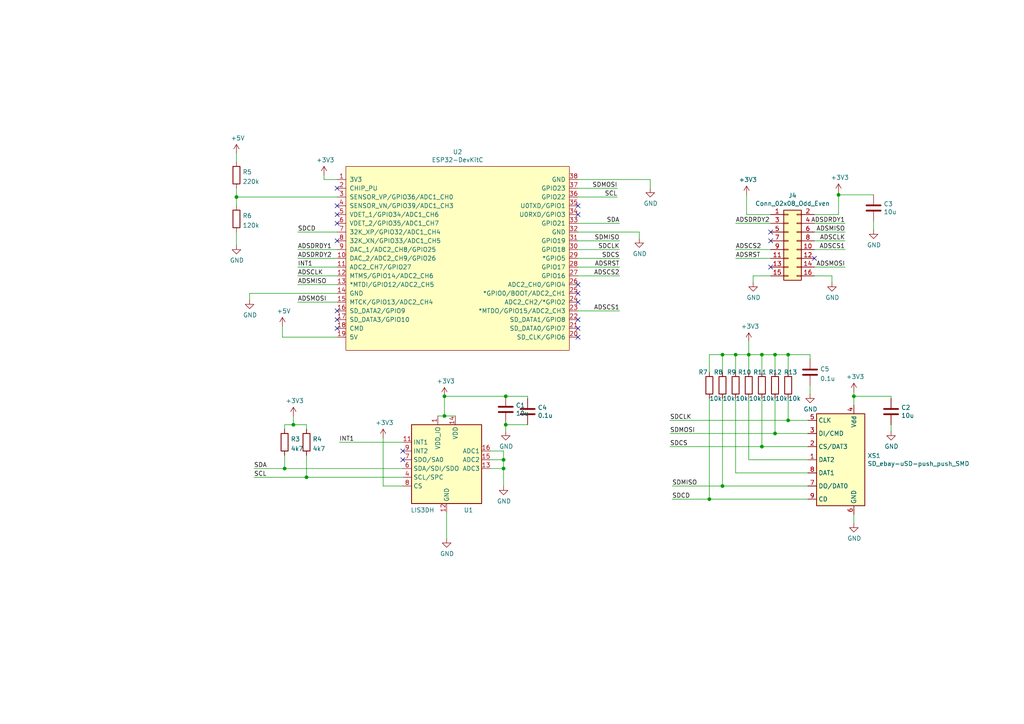
<source format=kicad_sch>
(kicad_sch (version 20211123) (generator eeschema)
  (paper "A4")
  (lib_symbols
    (symbol "Connector_Generic:Conn_02x08_Odd_Even" (pin_names (offset 1.016) hide)
      (property "Reference" "J" (at 1.27 10.16 0))
      (property "Value" "Conn_02x08_Odd_Even" (at 1.27 -12.7 0))
      (symbol "Conn_02x08_Odd_Even_1_1"
        (rectangle (start -1.27 -10.033) (end 0 -10.287) (stroke (width 0.1524)))
        (rectangle (start -1.27 -7.493) (end 0 -7.747) (stroke (width 0.1524)))
        (rectangle (start -1.27 -4.953) (end 0 -5.207) (stroke (width 0.1524)))
        (rectangle (start -1.27 -2.413) (end 0 -2.667) (stroke (width 0.1524)))
        (rectangle (start -1.27 0.127) (end 0 -0.127) (stroke (width 0.1524)))
        (rectangle (start -1.27 2.667) (end 0 2.413) (stroke (width 0.1524)))
        (rectangle (start -1.27 5.207) (end 0 4.953) (stroke (width 0.1524)))
        (rectangle (start -1.27 7.747) (end 0 7.493) (stroke (width 0.1524)))
        (rectangle (start -1.27 8.89) (end 3.81 -11.43) (stroke (width 0.254)) (fill (type background)))
        (rectangle (start 3.81 -10.033) (end 2.54 -10.287) (stroke (width 0.1524)))
        (rectangle (start 3.81 -7.493) (end 2.54 -7.747) (stroke (width 0.1524)))
        (rectangle (start 3.81 -4.953) (end 2.54 -5.207) (stroke (width 0.1524)))
        (rectangle (start 3.81 -2.413) (end 2.54 -2.667) (stroke (width 0.1524)))
        (rectangle (start 3.81 0.127) (end 2.54 -0.127) (stroke (width 0.1524)))
        (rectangle (start 3.81 2.667) (end 2.54 2.413) (stroke (width 0.1524)))
        (rectangle (start 3.81 5.207) (end 2.54 4.953) (stroke (width 0.1524)))
        (rectangle (start 3.81 7.747) (end 2.54 7.493) (stroke (width 0.1524)))
        (pin passive line (at -5.08 7.62 0) (length 3.81) (name "Pin_1") (number "1"))
        (pin passive line (at 7.62 -2.54 180) (length 3.81) (name "Pin_10") (number "10"))
        (pin passive line (at -5.08 -5.08 0) (length 3.81) (name "Pin_11") (number "11"))
        (pin passive line (at 7.62 -5.08 180) (length 3.81) (name "Pin_12") (number "12"))
        (pin passive line (at -5.08 -7.62 0) (length 3.81) (name "Pin_13") (number "13"))
        (pin passive line (at 7.62 -7.62 180) (length 3.81) (name "Pin_14") (number "14"))
        (pin passive line (at -5.08 -10.16 0) (length 3.81) (name "Pin_15") (number "15"))
        (pin passive line (at 7.62 -10.16 180) (length 3.81) (name "Pin_16") (number "16"))
        (pin passive line (at 7.62 7.62 180) (length 3.81) (name "Pin_2") (number "2"))
        (pin passive line (at -5.08 5.08 0) (length 3.81) (name "Pin_3") (number "3"))
        (pin passive line (at 7.62 5.08 180) (length 3.81) (name "Pin_4") (number "4"))
        (pin passive line (at -5.08 2.54 0) (length 3.81) (name "Pin_5") (number "5"))
        (pin passive line (at 7.62 2.54 180) (length 3.81) (name "Pin_6") (number "6"))
        (pin passive line (at -5.08 0 0) (length 3.81) (name "Pin_7") (number "7"))
        (pin passive line (at 7.62 0 180) (length 3.81) (name "Pin_8") (number "8"))
        (pin passive line (at -5.08 -2.54 0) (length 3.81) (name "Pin_9") (number "9"))
      )
    )
    (symbol "Device:C" (pin_numbers hide) (pin_names (offset 0.254))
      (property "Reference" "C" (at 0.635 2.54 0))
      (property "Value" "C" (at 0.635 -2.54 0))
      (symbol "C_0_1"
        (polyline (pts (xy -2.032 -0.762) (xy 2.032 -0.762)) (stroke (width 0.508)))
        (polyline (pts (xy -2.032 0.762) (xy 2.032 0.762)) (stroke (width 0.508)))
      )
      (symbol "C_1_1"
        (pin passive line (at 0 3.81 270) (length 2.794) (name "~") (number "1"))
        (pin passive line (at 0 -3.81 90) (length 2.794) (name "~") (number "2"))
      )
    )
    (symbol "Device:R" (pin_numbers hide) (pin_names (offset 0))
      (property "Reference" "R" (at 2.032 0 90))
      (property "Value" "R" (at 0 0 90))
      (symbol "R_0_1"
        (rectangle (start -1.016 -2.54) (end 1.016 2.54) (stroke (width 0.254)))
      )
      (symbol "R_1_1"
        (pin passive line (at 0 3.81 270) (length 1.27) (name "~") (number "1"))
        (pin passive line (at 0 -3.81 90) (length 1.27) (name "~") (number "2"))
      )
    )
    (symbol "Espressif:ESP32-DevKitC" (pin_names (offset 1.016))
      (property "Reference" "U" (at -8.89 26.67 0))
      (property "Value" "Espressif_ESP32-DevKitC" (at 0 -29.21 0))
      (symbol "ESP32-DevKitC_0_0"
        (pin power_in line (at -33.02 -11.43 0) (length 2.54) (name "GND") (number "14"))
        (pin power_in line (at -33.02 -24.13 0) (length 2.54) (name "5V") (number "19"))
      )
      (symbol "ESP32-DevKitC_0_1"
        (rectangle (start -30.48 25.4) (end 34.29 -27.94) (fill (type background)))
      )
      (symbol "ESP32-DevKitC_1_1"
        (pin power_in line (at -33.02 21.59 0) (length 2.54) (name "3V3") (number "1"))
        (pin bidirectional line (at -33.02 -1.27 0) (length 2.54) (name "DAC_2/ADC2_CH9/GPIO26") (number "10"))
        (pin bidirectional line (at -33.02 -3.81 0) (length 2.54) (name "ADC2_CH7/GPIO27") (number "11"))
        (pin bidirectional line (at -33.02 -6.35 0) (length 2.54) (name "MTMS/GPIO14/ADC2_CH6") (number "12"))
        (pin bidirectional line (at -33.02 -8.89 0) (length 2.54) (name "*MTDI/GPIO12/ADC2_CH5") (number "13"))
        (pin bidirectional line (at -33.02 -13.97 0) (length 2.54) (name "MTCK/GPIO13/ADC2_CH4") (number "15"))
        (pin bidirectional line (at -33.02 -16.51 0) (length 2.54) (name "SD_DATA2/GPIO9") (number "16"))
        (pin bidirectional line (at -33.02 -19.05 0) (length 2.54) (name "SD_DATA3/GPIO10") (number "17"))
        (pin bidirectional line (at -33.02 -21.59 0) (length 2.54) (name "CMD") (number "18"))
        (pin input line (at -33.02 19.05 0) (length 2.54) (name "CHIP_PU") (number "2"))
        (pin bidirectional line (at 36.83 -24.13 180) (length 2.54) (name "SD_CLK/GPIO6") (number "20"))
        (pin bidirectional line (at 36.83 -21.59 180) (length 2.54) (name "SD_DATA0/GPIO7") (number "21"))
        (pin bidirectional line (at 36.83 -19.05 180) (length 2.54) (name "SD_DATA1/GPIO8") (number "22"))
        (pin bidirectional line (at 36.83 -16.51 180) (length 2.54) (name "*MTDO/GPIO15/ADC2_CH3") (number "23"))
        (pin bidirectional line (at 36.83 -13.97 180) (length 2.54) (name "ADC2_CH2/*GPIO2") (number "24"))
        (pin bidirectional line (at 36.83 -11.43 180) (length 2.54) (name "*GPIO0/BOOT/ADC2_CH1") (number "25"))
        (pin bidirectional line (at 36.83 -8.89 180) (length 2.54) (name "ADC2_CH0/GPIO4") (number "26"))
        (pin bidirectional line (at 36.83 -6.35 180) (length 2.54) (name "GPIO16") (number "27"))
        (pin bidirectional line (at 36.83 -3.81 180) (length 2.54) (name "GPIO17") (number "28"))
        (pin bidirectional line (at 36.83 -1.27 180) (length 2.54) (name "*GPIO5") (number "29"))
        (pin input line (at -33.02 16.51 0) (length 2.54) (name "SENSOR_VP/GPIO36/ADC1_CH0") (number "3"))
        (pin bidirectional line (at 36.83 1.27 180) (length 2.54) (name "GPIO18") (number "30"))
        (pin bidirectional line (at 36.83 3.81 180) (length 2.54) (name "GPIO19") (number "31"))
        (pin power_in line (at 36.83 6.35 180) (length 2.54) (name "GND") (number "32"))
        (pin bidirectional line (at 36.83 8.89 180) (length 2.54) (name "GPIO21") (number "33"))
        (pin bidirectional line (at 36.83 11.43 180) (length 2.54) (name "U0RXD/GPIO3") (number "34"))
        (pin bidirectional line (at 36.83 13.97 180) (length 2.54) (name "U0TXD/GPIO1") (number "35"))
        (pin bidirectional line (at 36.83 16.51 180) (length 2.54) (name "GPIO22") (number "36"))
        (pin bidirectional line (at 36.83 19.05 180) (length 2.54) (name "GPIO23") (number "37"))
        (pin power_in line (at 36.83 21.59 180) (length 2.54) (name "GND") (number "38"))
        (pin input line (at -33.02 13.97 0) (length 2.54) (name "SENSOR_VN/GPIO39/ADC1_CH3") (number "4"))
        (pin input line (at -33.02 11.43 0) (length 2.54) (name "VDET_1/GPIO34/ADC1_CH6") (number "5"))
        (pin input line (at -33.02 8.89 0) (length 2.54) (name "VDET_2/GPIO35/ADC1_CH7") (number "6"))
        (pin bidirectional line (at -33.02 6.35 0) (length 2.54) (name "32K_XP/GPIO32/ADC1_CH4") (number "7"))
        (pin bidirectional line (at -33.02 3.81 0) (length 2.54) (name "32K_XN/GPIO33/ADC1_CH5") (number "8"))
        (pin bidirectional line (at -33.02 1.27 0) (length 2.54) (name "DAC_1/ADC2_CH8/GPIO25") (number "9"))
      )
    )
    (symbol "Sensor_Motion:LIS3DH"
      (property "Reference" "U" (at -7.62 11.43 0))
      (property "Value" "LIS3DH" (at 6.35 11.43 0))
      (symbol "LIS3DH_0_1"
        (rectangle (start -10.16 10.16) (end 10.16 -12.7) (stroke (width 0.254)) (fill (type background)))
      )
      (symbol "LIS3DH_1_1"
        (pin power_in line (at -2.54 12.7 270) (length 2.54) (name "VDD_IO") (number "1"))
        (pin passive line (at 0 -15.24 90) (length 2.54) hide (name "GND") (number "10"))
        (pin output line (at -12.7 5.08 0) (length 2.54) (name "INT1") (number "11"))
        (pin power_in line (at 0 -15.24 90) (length 2.54) (name "GND") (number "12"))
        (pin input line (at 12.7 -2.54 180) (length 2.54) (name "ADC3") (number "13"))
        (pin power_in line (at 2.54 12.7 270) (length 2.54) (name "VDD") (number "14"))
        (pin input line (at 12.7 0 180) (length 2.54) (name "ADC2") (number "15"))
        (pin input line (at 12.7 2.54 180) (length 2.54) (name "ADC1") (number "16"))
        (pin no_connect line (at 10.16 5.08 180) (length 2.54) hide (name "NC") (number "2"))
        (pin no_connect line (at 10.16 7.62 180) (length 2.54) hide (name "NC") (number "3"))
        (pin input line (at -12.7 -5.08 0) (length 2.54) (name "SCL/SPC") (number "4"))
        (pin passive line (at 0 -15.24 90) (length 2.54) hide (name "GND") (number "5"))
        (pin bidirectional line (at -12.7 -2.54 0) (length 2.54) (name "SDA/SDI/SDO") (number "6"))
        (pin bidirectional line (at -12.7 0 0) (length 2.54) (name "SDO/SA0") (number "7"))
        (pin input line (at -12.7 -7.62 0) (length 2.54) (name "CS") (number "8"))
        (pin output line (at -12.7 2.54 0) (length 2.54) (name "INT2") (number "9"))
      )
    )
    (symbol "power:+3.3V" (power) (pin_names (offset 0))
      (property "Value" "+3.3V" (at 0 3.556 0))
      (symbol "+3.3V_0_1"
        (polyline (pts (xy -0.762 1.27) (xy 0 2.54)))
        (polyline (pts (xy 0 0) (xy 0 2.54)))
        (polyline (pts (xy 0 2.54) (xy 0.762 1.27)))
      )
      (symbol "+3.3V_1_1"
        (pin power_in line (at 0 0 90) (length 0) hide (name "+3V3") (number "1"))
      )
    )
    (symbol "power:+5V" (power) (pin_names (offset 0))
      (property "Value" "+5V" (at 0 3.556 0))
      (symbol "+5V_0_1"
        (polyline (pts (xy -0.762 1.27) (xy 0 2.54)))
        (polyline (pts (xy 0 0) (xy 0 2.54)))
        (polyline (pts (xy 0 2.54) (xy 0.762 1.27)))
      )
      (symbol "+5V_1_1"
        (pin power_in line (at 0 0 90) (length 0) hide (name "+5V") (number "1"))
      )
    )
    (symbol "power:GND" (power) (pin_names (offset 0))
      (property "Value" "GND" (at 0 -3.81 0))
      (symbol "GND_0_1"
        (polyline (pts (xy 0 0) (xy 0 -1.27) (xy 1.27 -1.27) (xy 0 -2.54) (xy -1.27 -1.27) (xy 0 -1.27)))
      )
      (symbol "GND_1_1"
        (pin power_in line (at 0 0 270) (length 0) hide (name "GND") (number "1"))
      )
    )
    (symbol "uSD_Socket:SD_ebay-uSD-push_push_SMD"
      (property "Reference" "XS" (at 5.715 -14.605 0))
      (property "Value" "SD_ebay-uSD-push_push_SMD" (at -8.255 0 90))
      (symbol "SD_ebay-uSD-push_push_SMD_0_0"
        (rectangle (start -6.985 13.335) (end 6.985 -13.335) (stroke (width 0.254)) (fill (type background)))
      )
      (symbol "SD_ebay-uSD-push_push_SMD_1_1"
        (pin bidirectional line (at 9.525 0 180) (length 2.54) (name "DAT2") (number "1"))
        (pin input line (at 9.525 3.81 180) (length 2.54) (name "CS/DAT3") (number "2"))
        (pin input line (at 9.525 7.62 180) (length 2.54) (name "DI/CMD") (number "3"))
        (pin input line (at -3.81 15.875 270) (length 2.54) (name "Vdd") (number "4"))
        (pin input line (at 9.525 11.43 180) (length 2.54) (name "CLK") (number "5"))
        (pin input line (at -3.81 -15.875 90) (length 2.54) (name "GND") (number "6"))
        (pin input line (at 9.525 -7.62 180) (length 2.54) (name "DO/DAT0") (number "7"))
        (pin bidirectional line (at 9.525 -3.81 180) (length 2.54) (name "DAT1") (number "8"))
        (pin input line (at 9.525 -11.43 180) (length 2.54) (name "CD") (number "9"))
      )
    )
  )
  (junction (at 68.58 57.15))
  (junction (at 85.09 123.19))
  (junction (at 217.17 102.87))
  (junction (at 228.6 121.92))
  (junction (at 243.205 56.515))
  (junction (at 247.65 114.935))
  (junction (at 228.6 102.87))
  (junction (at 146.685 114.935))
  (junction (at 224.79 125.73))
  (junction (at 128.905 114.935))
  (junction (at 146.05 133.35))
  (junction (at 146.685 123.19))
  (junction (at 220.98 102.87))
  (junction (at 128.905 120.65))
  (junction (at 213.36 102.87))
  (junction (at 209.55 140.97))
  (junction (at 209.55 102.87))
  (junction (at 220.98 129.54))
  (junction (at 205.74 144.78))
  (junction (at 88.9 138.43))
  (junction (at 146.05 135.89))
  (junction (at 82.55 135.89))
  (junction (at 224.79 102.87))
  (no_connect (at 167.64 97.79))
  (no_connect (at 167.64 59.69))
  (no_connect (at 167.64 62.23))
  (no_connect (at 167.64 92.71))
  (no_connect (at 167.64 82.55))
  (no_connect (at 97.79 69.85))
  (no_connect (at 97.79 95.25))
  (no_connect (at 223.52 77.47))
  (no_connect (at 97.79 62.23))
  (no_connect (at 97.79 64.77))
  (no_connect (at 223.52 69.85))
  (no_connect (at 236.22 74.93))
  (no_connect (at 167.64 87.63))
  (no_connect (at 167.64 85.09))
  (no_connect (at 167.64 95.25))
  (no_connect (at 97.79 59.69))
  (no_connect (at 97.79 90.17))
  (no_connect (at 223.52 67.31))
  (no_connect (at 97.79 54.61))
  (no_connect (at 97.79 92.71))
  (no_connect (at 116.84 130.81))
  (no_connect (at 116.84 133.35))
  (wire (pts (xy 167.64 77.47) (xy 179.705 77.47)))
  (wire (pts (xy 234.315 125.73) (xy 224.79 125.73)))
  (wire (pts (xy 217.17 102.87) (xy 217.17 107.95)))
  (wire (pts (xy 68.58 67.31) (xy 68.58 71.12)))
  (wire (pts (xy 220.98 102.87) (xy 220.98 107.95)))
  (wire (pts (xy 142.24 130.81) (xy 146.05 130.81)))
  (wire (pts (xy 247.65 114.935) (xy 247.65 113.665)))
  (wire (pts (xy 97.79 85.09) (xy 72.39 85.09)))
  (wire (pts (xy 167.64 52.07) (xy 188.595 52.07)))
  (wire (pts (xy 97.79 72.39) (xy 86.36 72.39)))
  (wire (pts (xy 236.22 80.01) (xy 241.3 80.01)))
  (wire (pts (xy 234.315 137.16) (xy 213.36 137.16)))
  (wire (pts (xy 253.365 66.675) (xy 253.365 64.135)))
  (wire (pts (xy 234.315 121.92) (xy 228.6 121.92)))
  (wire (pts (xy 236.22 64.77) (xy 245.11 64.77)))
  (wire (pts (xy 85.09 120.65) (xy 85.09 123.19)))
  (wire (pts (xy 228.6 102.87) (xy 228.6 107.95)))
  (wire (pts (xy 188.595 52.07) (xy 188.595 54.61)))
  (wire (pts (xy 224.79 125.73) (xy 194.31 125.73)))
  (wire (pts (xy 85.09 123.19) (xy 88.9 123.19)))
  (wire (pts (xy 213.36 74.93) (xy 223.52 74.93)))
  (wire (pts (xy 111.125 140.97) (xy 111.125 127)))
  (wire (pts (xy 213.36 72.39) (xy 223.52 72.39)))
  (wire (pts (xy 234.315 133.35) (xy 217.17 133.35)))
  (wire (pts (xy 97.79 52.07) (xy 93.98 52.07)))
  (wire (pts (xy 209.55 115.57) (xy 209.55 140.97)))
  (wire (pts (xy 82.55 135.89) (xy 73.66 135.89)))
  (wire (pts (xy 217.17 102.87) (xy 220.98 102.87)))
  (wire (pts (xy 86.36 77.47) (xy 97.79 77.47)))
  (wire (pts (xy 88.9 132.08) (xy 88.9 138.43)))
  (wire (pts (xy 217.17 99.06) (xy 217.17 102.87)))
  (wire (pts (xy 236.22 69.85) (xy 245.11 69.85)))
  (wire (pts (xy 234.95 102.87) (xy 234.95 104.14)))
  (wire (pts (xy 167.64 57.15) (xy 179.07 57.15)))
  (wire (pts (xy 247.65 149.225) (xy 247.65 151.765)))
  (wire (pts (xy 167.64 64.77) (xy 179.705 64.77)))
  (wire (pts (xy 228.6 102.87) (xy 234.95 102.87)))
  (wire (pts (xy 213.36 64.77) (xy 223.52 64.77)))
  (wire (pts (xy 217.17 133.35) (xy 217.17 115.57)))
  (wire (pts (xy 220.98 102.87) (xy 224.79 102.87)))
  (wire (pts (xy 218.44 80.01) (xy 218.44 81.915)))
  (wire (pts (xy 81.915 94.615) (xy 81.915 97.79)))
  (wire (pts (xy 142.24 133.35) (xy 146.05 133.35)))
  (wire (pts (xy 128.905 114.935) (xy 128.905 120.65)))
  (wire (pts (xy 209.55 140.97) (xy 234.315 140.97)))
  (wire (pts (xy 205.74 115.57) (xy 205.74 144.78)))
  (wire (pts (xy 72.39 85.09) (xy 72.39 86.995)))
  (wire (pts (xy 167.64 90.17) (xy 179.705 90.17)))
  (wire (pts (xy 167.64 74.93) (xy 179.705 74.93)))
  (wire (pts (xy 236.22 77.47) (xy 245.11 77.47)))
  (wire (pts (xy 88.9 123.19) (xy 88.9 124.46)))
  (wire (pts (xy 146.05 135.89) (xy 146.05 140.97)))
  (wire (pts (xy 167.64 67.31) (xy 185.42 67.31)))
  (wire (pts (xy 224.79 102.87) (xy 224.79 107.95)))
  (wire (pts (xy 213.36 137.16) (xy 213.36 115.57)))
  (wire (pts (xy 213.36 102.87) (xy 213.36 107.95)))
  (wire (pts (xy 194.945 144.78) (xy 205.74 144.78)))
  (wire (pts (xy 194.945 140.97) (xy 209.55 140.97)))
  (wire (pts (xy 223.52 80.01) (xy 218.44 80.01)))
  (wire (pts (xy 132.08 120.65) (xy 128.905 120.65)))
  (wire (pts (xy 167.64 72.39) (xy 179.705 72.39)))
  (wire (pts (xy 205.74 102.87) (xy 209.55 102.87)))
  (wire (pts (xy 185.42 67.31) (xy 185.42 69.215)))
  (wire (pts (xy 205.74 107.95) (xy 205.74 102.87)))
  (wire (pts (xy 236.22 67.31) (xy 245.11 67.31)))
  (wire (pts (xy 97.79 82.55) (xy 86.36 82.55)))
  (wire (pts (xy 128.905 120.65) (xy 127 120.65)))
  (wire (pts (xy 116.84 135.89) (xy 82.55 135.89)))
  (wire (pts (xy 98.425 128.27) (xy 116.84 128.27)))
  (wire (pts (xy 146.05 133.35) (xy 146.05 135.89)))
  (wire (pts (xy 146.685 123.19) (xy 146.685 125.095)))
  (wire (pts (xy 234.315 129.54) (xy 220.98 129.54)))
  (wire (pts (xy 85.09 123.19) (xy 82.55 123.19)))
  (wire (pts (xy 241.3 80.01) (xy 241.3 81.915)))
  (wire (pts (xy 228.6 115.57) (xy 228.6 121.92)))
  (wire (pts (xy 97.79 80.01) (xy 86.36 80.01)))
  (wire (pts (xy 88.9 138.43) (xy 73.66 138.43)))
  (wire (pts (xy 129.54 148.59) (xy 129.54 156.21)))
  (wire (pts (xy 97.79 87.63) (xy 86.36 87.63)))
  (wire (pts (xy 86.36 74.93) (xy 97.79 74.93)))
  (wire (pts (xy 116.84 140.97) (xy 111.125 140.97)))
  (wire (pts (xy 93.98 52.07) (xy 93.98 50.8)))
  (wire (pts (xy 81.915 97.79) (xy 97.79 97.79)))
  (wire (pts (xy 167.64 69.85) (xy 179.705 69.85)))
  (wire (pts (xy 236.22 72.39) (xy 245.11 72.39)))
  (wire (pts (xy 82.55 132.08) (xy 82.55 135.89)))
  (wire (pts (xy 68.58 44.45) (xy 68.58 46.99)))
  (wire (pts (xy 258.445 115.57) (xy 258.445 114.935)))
  (wire (pts (xy 243.205 62.23) (xy 243.205 56.515)))
  (wire (pts (xy 153.035 123.19) (xy 146.685 123.19)))
  (wire (pts (xy 228.6 121.92) (xy 194.31 121.92)))
  (wire (pts (xy 209.55 102.87) (xy 213.36 102.87)))
  (wire (pts (xy 236.22 62.23) (xy 243.205 62.23)))
  (wire (pts (xy 258.445 114.935) (xy 247.65 114.935)))
  (wire (pts (xy 224.79 102.87) (xy 228.6 102.87)))
  (wire (pts (xy 146.685 122.555) (xy 146.685 123.19)))
  (wire (pts (xy 86.36 67.31) (xy 97.79 67.31)))
  (wire (pts (xy 224.79 115.57) (xy 224.79 125.73)))
  (wire (pts (xy 220.98 115.57) (xy 220.98 129.54)))
  (wire (pts (xy 258.445 125.095) (xy 258.445 123.19)))
  (wire (pts (xy 253.365 56.515) (xy 243.205 56.515)))
  (wire (pts (xy 205.74 144.78) (xy 234.315 144.78)))
  (wire (pts (xy 167.64 80.01) (xy 179.705 80.01)))
  (wire (pts (xy 234.95 111.76) (xy 234.95 114.3)))
  (wire (pts (xy 247.65 114.935) (xy 247.65 117.475)))
  (wire (pts (xy 153.035 114.935) (xy 146.685 114.935)))
  (wire (pts (xy 82.55 123.19) (xy 82.55 124.46)))
  (wire (pts (xy 167.64 54.61) (xy 179.07 54.61)))
  (wire (pts (xy 209.55 102.87) (xy 209.55 107.95)))
  (wire (pts (xy 146.685 114.935) (xy 128.905 114.935)))
  (wire (pts (xy 153.035 115.57) (xy 153.035 114.935)))
  (wire (pts (xy 146.05 130.81) (xy 146.05 133.35)))
  (wire (pts (xy 216.535 62.23) (xy 223.52 62.23)))
  (wire (pts (xy 142.24 135.89) (xy 146.05 135.89)))
  (wire (pts (xy 213.36 102.87) (xy 217.17 102.87)))
  (wire (pts (xy 68.58 57.15) (xy 68.58 59.69)))
  (wire (pts (xy 68.58 54.61) (xy 68.58 57.15)))
  (wire (pts (xy 68.58 57.15) (xy 97.79 57.15)))
  (wire (pts (xy 220.98 129.54) (xy 194.31 129.54)))
  (wire (pts (xy 116.84 138.43) (xy 88.9 138.43)))
  (wire (pts (xy 243.205 56.515) (xy 243.205 55.88)))
  (wire (pts (xy 216.535 56.515) (xy 216.535 62.23)))
  (label "SDCD" (at 194.945 144.78 0))
  (label "ADSCS1" (at 245.11 72.39 180))
  (label "SCL" (at 179.07 57.15 180))
  (label "ADSDRDY1" (at 245.11 64.77 180))
  (label "ADSCS1" (at 179.705 90.17 180))
  (label "ADSDRDY2" (at 86.36 74.93 0))
  (label "SDCS" (at 194.31 129.54 0))
  (label "SDCLK" (at 179.705 72.39 180))
  (label "ADSDRDY2" (at 213.36 64.77 0))
  (label "ADSMOSI" (at 86.36 87.63 0))
  (label "ADSDRDY1" (at 86.36 72.39 0))
  (label "SDA" (at 179.705 64.77 180))
  (label "SDCLK" (at 194.31 121.92 0))
  (label "ADSMOSI" (at 245.11 77.47 180))
  (label "INT1" (at 98.425 128.27 0))
  (label "SDMISO" (at 179.705 69.85 180))
  (label "ADSRST" (at 179.705 77.47 180))
  (label "ADSCLK" (at 245.11 69.85 180))
  (label "INT1" (at 86.36 77.47 0))
  (label "SDMOSI" (at 179.07 54.61 180))
  (label "ADSRST" (at 213.36 74.93 0))
  (label "SDCD" (at 86.36 67.31 0))
  (label "SDMOSI" (at 194.31 125.73 0))
  (label "ADSCS2" (at 179.705 80.01 180))
  (label "SDCS" (at 179.705 74.93 180))
  (label "ADSMISO" (at 86.36 82.55 0))
  (label "ADSCLK" (at 86.36 80.01 0))
  (label "ADSMISO" (at 245.11 67.31 180))
  (label "SDMISO" (at 194.945 140.97 0))
  (label "SCL" (at 73.66 138.43 0))
  (label "SDA" (at 73.66 135.89 0))
  (label "ADSCS2" (at 213.36 72.39 0))
  (symbol (lib_id "Espressif:ESP32-DevKitC") (at 130.81 73.66 0) (unit 1)
    (property "Reference" "U2" (at 132.715 44.069 0))
    (property "Value" "ESP32-DevKitC" (at 132.715 46.3804 0))
    (property "Footprint" "OpenBCI_ESP32:ESP32-DevKitC" (effects hide))
    (property "Datasheet" "https://docs.espressif.com/projects/esp-idf/zh_CN/latest/esp32/hw-reference/esp32/get-started-devkitc.html" (effects hide))
  )
  (symbol (lib_id "Sensor_Motion:LIS3DH") (at 129.54 133.35 0) (unit 1)
    (property "Reference" "U1" (at 135.89 147.955 0))
    (property "Value" "LIS3DH" (at 122.555 147.955 0))
    (property "Footprint" "Package_LGA:LGA-16_3x3mm_P0.5mm_LayoutBorder3x5y" (effects hide))
    (property "Datasheet" "https://www.st.com/resource/en/datasheet/cd00274221.pdf" (effects hide))
  )
  (symbol (lib_id "Connector_Generic:Conn_02x08_Odd_Even") (at 228.6 69.85 0) (unit 1)
    (property "Reference" "J4" (at 229.87 56.7182 0))
    (property "Value" "Conn_02x08_Odd_Even" (at 229.87 59.0296 0))
    (property "Footprint" "OpenBCI_ESP32:PinHeaderReverse_2x08_P2.54mm_OpenBCI" (effects hide))
  )
  (symbol (lib_id "power:+3.3V") (at 216.535 56.515 0) (unit 1)
    (property "Reference" "#PWR0105" (effects hide))
    (property "Value" "+3.3V" (at 216.916 52.1208 0))
  )
  (symbol (lib_id "power:+3.3V") (at 243.205 55.88 0) (unit 1)
    (property "Reference" "#PWR0106" (effects hide))
    (property "Value" "+3.3V" (at 243.586 51.4858 0))
  )
  (symbol (lib_id "power:+5V") (at 81.915 94.615 0) (unit 1)
    (property "Reference" "#PWR0107" (effects hide))
    (property "Value" "+5V" (at 82.296 90.2208 0))
  )
  (symbol (lib_id "power:GND") (at 72.39 86.995 0) (unit 1)
    (property "Reference" "#PWR0108" (effects hide))
    (property "Value" "GND" (at 72.517 91.3892 0))
  )
  (symbol (lib_id "power:GND") (at 188.595 54.61 0) (unit 1)
    (property "Reference" "#PWR0109" (effects hide))
    (property "Value" "GND" (at 188.722 59.0042 0))
  )
  (symbol (lib_id "power:GND") (at 129.54 156.21 0) (unit 1)
    (property "Reference" "#PWR0110" (effects hide))
    (property "Value" "GND" (at 129.667 160.6042 0))
  )
  (symbol (lib_id "power:GND") (at 218.44 81.915 0) (unit 1)
    (property "Reference" "#PWR0111" (effects hide))
    (property "Value" "GND" (at 218.567 86.3092 0))
  )
  (symbol (lib_id "power:GND") (at 241.3 81.915 0) (unit 1)
    (property "Reference" "#PWR0112" (effects hide))
    (property "Value" "GND" (at 241.427 86.3092 0))
  )
  (symbol (lib_id "uSD_Socket:SD_ebay-uSD-push_push_SMD") (at 243.84 133.35 0) (mirror y) (unit 1)
    (property "Reference" "XS1" (at 251.587 132.1816 0) (effects (justify right)))
    (property "Value" "SD_ebay-uSD-push_push_SMD" (at 251.587 134.493 0) (effects (justify right)))
    (property "Footprint" "OpenBCI_ESP32:Conn_uSDcard" (effects hide))
    (property "Datasheet" "_" (effects hide))
    (property "Manf#" "_" (effects hide))
    (property "Manf" "ebay" (effects hide))
  )
  (symbol (lib_id "power:GND") (at 247.65 151.765 0) (unit 1)
    (property "Reference" "#PWR05" (effects hide))
    (property "Value" "GND" (at 247.777 156.1592 0))
  )
  (symbol (lib_id "power:+3.3V") (at 128.905 114.935 0) (unit 1)
    (property "Reference" "#PWR02" (effects hide))
    (property "Value" "+3.3V" (at 129.286 110.5408 0))
  )
  (symbol (lib_id "power:+3.3V") (at 247.65 113.665 0) (unit 1)
    (property "Reference" "#PWR04" (effects hide))
    (property "Value" "+3.3V" (at 248.031 109.2708 0))
  )
  (symbol (lib_id "Device:C") (at 146.685 118.745 0) (unit 1)
    (property "Reference" "C1" (at 149.606 117.5766 0) (effects (justify left)))
    (property "Value" "10u" (at 149.606 119.888 0) (effects (justify left)))
    (property "Footprint" "Capacitor_SMD:C_0805_2012Metric" (effects hide))
  )
  (symbol (lib_id "Device:C") (at 253.365 60.325 0) (unit 1)
    (property "Reference" "C3" (at 256.286 59.1566 0) (effects (justify left)))
    (property "Value" "10u" (at 256.286 61.468 0) (effects (justify left)))
    (property "Footprint" "Capacitor_SMD:C_0805_2012Metric" (effects hide))
  )
  (symbol (lib_id "Device:C") (at 258.445 119.38 0) (unit 1)
    (property "Reference" "C2" (at 261.366 118.2116 0) (effects (justify left)))
    (property "Value" "10u" (at 261.366 120.523 0) (effects (justify left)))
    (property "Footprint" "Capacitor_SMD:C_0805_2012Metric" (effects hide))
  )
  (symbol (lib_id "power:GND") (at 253.365 66.675 0) (unit 1)
    (property "Reference" "#PWR07" (effects hide))
    (property "Value" "GND" (at 253.492 71.0692 0))
  )
  (symbol (lib_id "power:GND") (at 146.685 125.095 0) (unit 1)
    (property "Reference" "#PWR03" (effects hide))
    (property "Value" "GND" (at 146.812 129.4892 0))
  )
  (symbol (lib_id "power:GND") (at 258.445 125.095 0) (unit 1)
    (property "Reference" "#PWR06" (effects hide))
    (property "Value" "GND" (at 258.572 129.4892 0))
  )
  (symbol (lib_id "power:+3.3V") (at 93.98 50.8 0) (unit 1)
    (property "Reference" "#PWR01" (effects hide))
    (property "Value" "+3.3V" (at 94.361 46.4058 0))
  )
  (symbol (lib_id "power:GND") (at 185.42 69.215 0) (unit 1)
    (property "Reference" "#PWR0113" (effects hide))
    (property "Value" "GND" (at 185.547 73.6092 0))
  )
  (symbol (lib_id "power:GND") (at 146.05 140.97 0) (unit 1)
    (property "Reference" "#PWR0114" (effects hide))
    (property "Value" "GND" (at 146.177 145.3642 0))
  )
  (symbol (lib_id "Device:C") (at 153.035 119.38 0) (unit 1)
    (property "Reference" "C4" (at 155.956 118.2116 0) (effects (justify left)))
    (property "Value" "0.1u" (at 155.956 120.523 0) (effects (justify left)))
    (property "Footprint" "Capacitor_SMD:C_0603_1608Metric" (effects hide))
  )
  (symbol (lib_id "power:+3.3V") (at 111.125 127 0) (unit 1)
    (property "Reference" "#PWR0115" (effects hide))
    (property "Value" "+3.3V" (at 111.506 122.6058 0))
  )
  (symbol (lib_id "Device:R") (at 88.9 128.27 0) (unit 1)
    (property "Reference" "R4" (at 90.678 127.3615 0) (effects (justify left)))
    (property "Value" "4k7" (at 90.678 130.1366 0) (effects (justify left)))
    (property "Footprint" "Resistor_SMD:R_0603_1608Metric" (effects hide))
  )
  (symbol (lib_id "power:+3.3V") (at 217.17 99.06 0) (unit 1)
    (property "Reference" "#PWR010" (effects hide))
    (property "Value" "+3.3V" (at 217.551 94.6658 0))
  )
  (symbol (lib_id "Device:R") (at 217.17 111.76 0) (unit 1)
    (property "Reference" "R10" (at 213.995 107.95 0) (effects (justify left)))
    (property "Value" "10k" (at 217.17 115.57 0) (effects (justify left)))
    (property "Footprint" "Resistor_SMD:R_0603_1608Metric" (effects hide))
  )
  (symbol (lib_id "Device:C") (at 234.95 107.95 0) (unit 1)
    (property "Reference" "C5" (at 237.871 107.0415 0) (effects (justify left)))
    (property "Value" "0.1u" (at 237.871 109.8166 0) (effects (justify left)))
    (property "Footprint" "Capacitor_SMD:C_0603_1608Metric" (effects hide))
  )
  (symbol (lib_id "power:+3.3V") (at 85.09 120.65 0) (unit 1)
    (property "Reference" "#PWR0116" (effects hide))
    (property "Value" "+3.3V" (at 85.471 116.2558 0))
  )
  (symbol (lib_id "Device:R") (at 220.98 111.76 0) (unit 1)
    (property "Reference" "R11" (at 218.44 107.95 0) (effects (justify left)))
    (property "Value" "10k" (at 220.98 115.57 0) (effects (justify left)))
    (property "Footprint" "Resistor_SMD:R_0603_1608Metric" (effects hide))
  )
  (symbol (lib_id "power:GND") (at 234.95 114.3 0) (unit 1)
    (property "Reference" "#PWR011" (effects hide))
    (property "Value" "GND" (at 235.077 118.6942 0))
  )
  (symbol (lib_id "power:GND") (at 68.58 71.12 0) (unit 1)
    (property "Reference" "#PWR09" (effects hide))
    (property "Value" "GND" (at 68.707 75.5142 0))
  )
  (symbol (lib_id "power:+5V") (at 68.58 44.45 0) (unit 1)
    (property "Reference" "#PWR08" (effects hide))
    (property "Value" "+5V" (at 68.961 40.0558 0))
  )
  (symbol (lib_id "Device:R") (at 68.58 63.5 0) (unit 1)
    (property "Reference" "R6" (at 70.358 62.5915 0) (effects (justify left)))
    (property "Value" "120k" (at 70.358 65.3666 0) (effects (justify left)))
    (property "Footprint" "Resistor_SMD:R_0603_1608Metric" (effects hide))
  )
  (symbol (lib_id "Device:R") (at 209.55 111.76 0) (unit 1)
    (property "Reference" "R8" (at 207.01 107.95 0) (effects (justify left)))
    (property "Value" "10k" (at 209.55 115.57 0) (effects (justify left)))
    (property "Footprint" "Resistor_SMD:R_0603_1608Metric" (effects hide))
  )
  (symbol (lib_id "Device:R") (at 82.55 128.27 0) (unit 1)
    (property "Reference" "R3" (at 84.328 127.3615 0) (effects (justify left)))
    (property "Value" "4k7" (at 84.328 130.1366 0) (effects (justify left)))
    (property "Footprint" "Resistor_SMD:R_0603_1608Metric" (effects hide))
  )
  (symbol (lib_id "Device:R") (at 68.58 50.8 0) (unit 1)
    (property "Reference" "R5" (at 70.358 49.8915 0) (effects (justify left)))
    (property "Value" "220k" (at 70.358 52.6666 0) (effects (justify left)))
    (property "Footprint" "Resistor_SMD:R_0603_1608Metric" (effects hide))
  )
  (symbol (lib_id "Device:R") (at 205.74 111.76 0) (unit 1)
    (property "Reference" "R7" (at 202.565 107.95 0) (effects (justify left)))
    (property "Value" "10k" (at 205.74 115.57 0) (effects (justify left)))
    (property "Footprint" "Resistor_SMD:R_0603_1608Metric" (effects hide))
  )
  (symbol (lib_id "Device:R") (at 228.6 111.76 0) (unit 1)
    (property "Reference" "R13" (at 227.33 107.95 0) (effects (justify left)))
    (property "Value" "10k" (at 228.6 115.57 0) (effects (justify left)))
    (property "Footprint" "Resistor_SMD:R_0603_1608Metric" (effects hide))
  )
  (symbol (lib_id "Device:R") (at 213.36 111.76 0) (unit 1)
    (property "Reference" "R9" (at 210.82 107.95 0) (effects (justify left)))
    (property "Value" "10k" (at 213.36 115.57 0) (effects (justify left)))
    (property "Footprint" "Resistor_SMD:R_0603_1608Metric" (effects hide))
  )
  (symbol (lib_id "Device:R") (at 224.79 111.76 0) (unit 1)
    (property "Reference" "R12" (at 222.885 107.95 0) (effects (justify left)))
    (property "Value" "10k" (at 224.79 115.57 0) (effects (justify left)))
    (property "Footprint" "Resistor_SMD:R_0603_1608Metric" (effects hide))
  )
)
</source>
